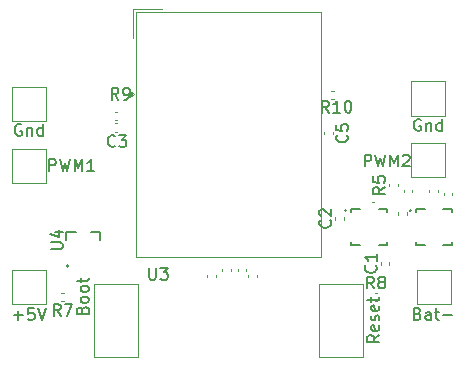
<source format=gbr>
%TF.GenerationSoftware,KiCad,Pcbnew,9.0.3*%
%TF.CreationDate,2025-07-29T21:31:59-06:00*%
%TF.ProjectId,AIOMeltyV3,41494f4d-656c-4747-9956-332e6b696361,rev?*%
%TF.SameCoordinates,Original*%
%TF.FileFunction,Legend,Top*%
%TF.FilePolarity,Positive*%
%FSLAX46Y46*%
G04 Gerber Fmt 4.6, Leading zero omitted, Abs format (unit mm)*
G04 Created by KiCad (PCBNEW 9.0.3) date 2025-07-29 21:31:59*
%MOMM*%
%LPD*%
G01*
G04 APERTURE LIST*
%ADD10C,0.150000*%
%ADD11C,0.120000*%
%ADD12C,0.127000*%
%ADD13C,0.140000*%
%ADD14C,0.200000*%
G04 APERTURE END LIST*
D10*
X169264285Y-110281009D02*
X169407142Y-110328628D01*
X169407142Y-110328628D02*
X169454761Y-110376247D01*
X169454761Y-110376247D02*
X169502380Y-110471485D01*
X169502380Y-110471485D02*
X169502380Y-110614342D01*
X169502380Y-110614342D02*
X169454761Y-110709580D01*
X169454761Y-110709580D02*
X169407142Y-110757200D01*
X169407142Y-110757200D02*
X169311904Y-110804819D01*
X169311904Y-110804819D02*
X168930952Y-110804819D01*
X168930952Y-110804819D02*
X168930952Y-109804819D01*
X168930952Y-109804819D02*
X169264285Y-109804819D01*
X169264285Y-109804819D02*
X169359523Y-109852438D01*
X169359523Y-109852438D02*
X169407142Y-109900057D01*
X169407142Y-109900057D02*
X169454761Y-109995295D01*
X169454761Y-109995295D02*
X169454761Y-110090533D01*
X169454761Y-110090533D02*
X169407142Y-110185771D01*
X169407142Y-110185771D02*
X169359523Y-110233390D01*
X169359523Y-110233390D02*
X169264285Y-110281009D01*
X169264285Y-110281009D02*
X168930952Y-110281009D01*
X170359523Y-110804819D02*
X170359523Y-110281009D01*
X170359523Y-110281009D02*
X170311904Y-110185771D01*
X170311904Y-110185771D02*
X170216666Y-110138152D01*
X170216666Y-110138152D02*
X170026190Y-110138152D01*
X170026190Y-110138152D02*
X169930952Y-110185771D01*
X170359523Y-110757200D02*
X170264285Y-110804819D01*
X170264285Y-110804819D02*
X170026190Y-110804819D01*
X170026190Y-110804819D02*
X169930952Y-110757200D01*
X169930952Y-110757200D02*
X169883333Y-110661961D01*
X169883333Y-110661961D02*
X169883333Y-110566723D01*
X169883333Y-110566723D02*
X169930952Y-110471485D01*
X169930952Y-110471485D02*
X170026190Y-110423866D01*
X170026190Y-110423866D02*
X170264285Y-110423866D01*
X170264285Y-110423866D02*
X170359523Y-110376247D01*
X170692857Y-110138152D02*
X171073809Y-110138152D01*
X170835714Y-109804819D02*
X170835714Y-110661961D01*
X170835714Y-110661961D02*
X170883333Y-110757200D01*
X170883333Y-110757200D02*
X170978571Y-110804819D01*
X170978571Y-110804819D02*
X171073809Y-110804819D01*
X171407143Y-110423866D02*
X172169048Y-110423866D01*
X138069048Y-98204819D02*
X138069048Y-97204819D01*
X138069048Y-97204819D02*
X138450000Y-97204819D01*
X138450000Y-97204819D02*
X138545238Y-97252438D01*
X138545238Y-97252438D02*
X138592857Y-97300057D01*
X138592857Y-97300057D02*
X138640476Y-97395295D01*
X138640476Y-97395295D02*
X138640476Y-97538152D01*
X138640476Y-97538152D02*
X138592857Y-97633390D01*
X138592857Y-97633390D02*
X138545238Y-97681009D01*
X138545238Y-97681009D02*
X138450000Y-97728628D01*
X138450000Y-97728628D02*
X138069048Y-97728628D01*
X138973810Y-97204819D02*
X139211905Y-98204819D01*
X139211905Y-98204819D02*
X139402381Y-97490533D01*
X139402381Y-97490533D02*
X139592857Y-98204819D01*
X139592857Y-98204819D02*
X139830953Y-97204819D01*
X140211905Y-98204819D02*
X140211905Y-97204819D01*
X140211905Y-97204819D02*
X140545238Y-97919104D01*
X140545238Y-97919104D02*
X140878571Y-97204819D01*
X140878571Y-97204819D02*
X140878571Y-98204819D01*
X141878571Y-98204819D02*
X141307143Y-98204819D01*
X141592857Y-98204819D02*
X141592857Y-97204819D01*
X141592857Y-97204819D02*
X141497619Y-97347676D01*
X141497619Y-97347676D02*
X141402381Y-97442914D01*
X141402381Y-97442914D02*
X141307143Y-97490533D01*
X169507142Y-93852438D02*
X169411904Y-93804819D01*
X169411904Y-93804819D02*
X169269047Y-93804819D01*
X169269047Y-93804819D02*
X169126190Y-93852438D01*
X169126190Y-93852438D02*
X169030952Y-93947676D01*
X169030952Y-93947676D02*
X168983333Y-94042914D01*
X168983333Y-94042914D02*
X168935714Y-94233390D01*
X168935714Y-94233390D02*
X168935714Y-94376247D01*
X168935714Y-94376247D02*
X168983333Y-94566723D01*
X168983333Y-94566723D02*
X169030952Y-94661961D01*
X169030952Y-94661961D02*
X169126190Y-94757200D01*
X169126190Y-94757200D02*
X169269047Y-94804819D01*
X169269047Y-94804819D02*
X169364285Y-94804819D01*
X169364285Y-94804819D02*
X169507142Y-94757200D01*
X169507142Y-94757200D02*
X169554761Y-94709580D01*
X169554761Y-94709580D02*
X169554761Y-94376247D01*
X169554761Y-94376247D02*
X169364285Y-94376247D01*
X169983333Y-94138152D02*
X169983333Y-94804819D01*
X169983333Y-94233390D02*
X170030952Y-94185771D01*
X170030952Y-94185771D02*
X170126190Y-94138152D01*
X170126190Y-94138152D02*
X170269047Y-94138152D01*
X170269047Y-94138152D02*
X170364285Y-94185771D01*
X170364285Y-94185771D02*
X170411904Y-94281009D01*
X170411904Y-94281009D02*
X170411904Y-94804819D01*
X171316666Y-94804819D02*
X171316666Y-93804819D01*
X171316666Y-94757200D02*
X171221428Y-94804819D01*
X171221428Y-94804819D02*
X171030952Y-94804819D01*
X171030952Y-94804819D02*
X170935714Y-94757200D01*
X170935714Y-94757200D02*
X170888095Y-94709580D01*
X170888095Y-94709580D02*
X170840476Y-94614342D01*
X170840476Y-94614342D02*
X170840476Y-94328628D01*
X170840476Y-94328628D02*
X170888095Y-94233390D01*
X170888095Y-94233390D02*
X170935714Y-94185771D01*
X170935714Y-94185771D02*
X171030952Y-94138152D01*
X171030952Y-94138152D02*
X171221428Y-94138152D01*
X171221428Y-94138152D02*
X171316666Y-94185771D01*
X140881009Y-109969047D02*
X140928628Y-109826190D01*
X140928628Y-109826190D02*
X140976247Y-109778571D01*
X140976247Y-109778571D02*
X141071485Y-109730952D01*
X141071485Y-109730952D02*
X141214342Y-109730952D01*
X141214342Y-109730952D02*
X141309580Y-109778571D01*
X141309580Y-109778571D02*
X141357200Y-109826190D01*
X141357200Y-109826190D02*
X141404819Y-109921428D01*
X141404819Y-109921428D02*
X141404819Y-110302380D01*
X141404819Y-110302380D02*
X140404819Y-110302380D01*
X140404819Y-110302380D02*
X140404819Y-109969047D01*
X140404819Y-109969047D02*
X140452438Y-109873809D01*
X140452438Y-109873809D02*
X140500057Y-109826190D01*
X140500057Y-109826190D02*
X140595295Y-109778571D01*
X140595295Y-109778571D02*
X140690533Y-109778571D01*
X140690533Y-109778571D02*
X140785771Y-109826190D01*
X140785771Y-109826190D02*
X140833390Y-109873809D01*
X140833390Y-109873809D02*
X140881009Y-109969047D01*
X140881009Y-109969047D02*
X140881009Y-110302380D01*
X141404819Y-109159523D02*
X141357200Y-109254761D01*
X141357200Y-109254761D02*
X141309580Y-109302380D01*
X141309580Y-109302380D02*
X141214342Y-109349999D01*
X141214342Y-109349999D02*
X140928628Y-109349999D01*
X140928628Y-109349999D02*
X140833390Y-109302380D01*
X140833390Y-109302380D02*
X140785771Y-109254761D01*
X140785771Y-109254761D02*
X140738152Y-109159523D01*
X140738152Y-109159523D02*
X140738152Y-109016666D01*
X140738152Y-109016666D02*
X140785771Y-108921428D01*
X140785771Y-108921428D02*
X140833390Y-108873809D01*
X140833390Y-108873809D02*
X140928628Y-108826190D01*
X140928628Y-108826190D02*
X141214342Y-108826190D01*
X141214342Y-108826190D02*
X141309580Y-108873809D01*
X141309580Y-108873809D02*
X141357200Y-108921428D01*
X141357200Y-108921428D02*
X141404819Y-109016666D01*
X141404819Y-109016666D02*
X141404819Y-109159523D01*
X141404819Y-108254761D02*
X141357200Y-108349999D01*
X141357200Y-108349999D02*
X141309580Y-108397618D01*
X141309580Y-108397618D02*
X141214342Y-108445237D01*
X141214342Y-108445237D02*
X140928628Y-108445237D01*
X140928628Y-108445237D02*
X140833390Y-108397618D01*
X140833390Y-108397618D02*
X140785771Y-108349999D01*
X140785771Y-108349999D02*
X140738152Y-108254761D01*
X140738152Y-108254761D02*
X140738152Y-108111904D01*
X140738152Y-108111904D02*
X140785771Y-108016666D01*
X140785771Y-108016666D02*
X140833390Y-107969047D01*
X140833390Y-107969047D02*
X140928628Y-107921428D01*
X140928628Y-107921428D02*
X141214342Y-107921428D01*
X141214342Y-107921428D02*
X141309580Y-107969047D01*
X141309580Y-107969047D02*
X141357200Y-108016666D01*
X141357200Y-108016666D02*
X141404819Y-108111904D01*
X141404819Y-108111904D02*
X141404819Y-108254761D01*
X140738152Y-107635713D02*
X140738152Y-107254761D01*
X140404819Y-107492856D02*
X141261961Y-107492856D01*
X141261961Y-107492856D02*
X141357200Y-107445237D01*
X141357200Y-107445237D02*
X141404819Y-107349999D01*
X141404819Y-107349999D02*
X141404819Y-107254761D01*
X135064286Y-110423866D02*
X135826191Y-110423866D01*
X135445238Y-110804819D02*
X135445238Y-110042914D01*
X136778571Y-109804819D02*
X136302381Y-109804819D01*
X136302381Y-109804819D02*
X136254762Y-110281009D01*
X136254762Y-110281009D02*
X136302381Y-110233390D01*
X136302381Y-110233390D02*
X136397619Y-110185771D01*
X136397619Y-110185771D02*
X136635714Y-110185771D01*
X136635714Y-110185771D02*
X136730952Y-110233390D01*
X136730952Y-110233390D02*
X136778571Y-110281009D01*
X136778571Y-110281009D02*
X136826190Y-110376247D01*
X136826190Y-110376247D02*
X136826190Y-110614342D01*
X136826190Y-110614342D02*
X136778571Y-110709580D01*
X136778571Y-110709580D02*
X136730952Y-110757200D01*
X136730952Y-110757200D02*
X136635714Y-110804819D01*
X136635714Y-110804819D02*
X136397619Y-110804819D01*
X136397619Y-110804819D02*
X136302381Y-110757200D01*
X136302381Y-110757200D02*
X136254762Y-110709580D01*
X137111905Y-109804819D02*
X137445238Y-110804819D01*
X137445238Y-110804819D02*
X137778571Y-109804819D01*
X166494819Y-99566666D02*
X166018628Y-99899999D01*
X166494819Y-100138094D02*
X165494819Y-100138094D01*
X165494819Y-100138094D02*
X165494819Y-99757142D01*
X165494819Y-99757142D02*
X165542438Y-99661904D01*
X165542438Y-99661904D02*
X165590057Y-99614285D01*
X165590057Y-99614285D02*
X165685295Y-99566666D01*
X165685295Y-99566666D02*
X165828152Y-99566666D01*
X165828152Y-99566666D02*
X165923390Y-99614285D01*
X165923390Y-99614285D02*
X165971009Y-99661904D01*
X165971009Y-99661904D02*
X166018628Y-99757142D01*
X166018628Y-99757142D02*
X166018628Y-100138094D01*
X165494819Y-98661904D02*
X165494819Y-99138094D01*
X165494819Y-99138094D02*
X165971009Y-99185713D01*
X165971009Y-99185713D02*
X165923390Y-99138094D01*
X165923390Y-99138094D02*
X165875771Y-99042856D01*
X165875771Y-99042856D02*
X165875771Y-98804761D01*
X165875771Y-98804761D02*
X165923390Y-98709523D01*
X165923390Y-98709523D02*
X165971009Y-98661904D01*
X165971009Y-98661904D02*
X166066247Y-98614285D01*
X166066247Y-98614285D02*
X166304342Y-98614285D01*
X166304342Y-98614285D02*
X166399580Y-98661904D01*
X166399580Y-98661904D02*
X166447200Y-98709523D01*
X166447200Y-98709523D02*
X166494819Y-98804761D01*
X166494819Y-98804761D02*
X166494819Y-99042856D01*
X166494819Y-99042856D02*
X166447200Y-99138094D01*
X166447200Y-99138094D02*
X166399580Y-99185713D01*
X143633333Y-96059580D02*
X143585714Y-96107200D01*
X143585714Y-96107200D02*
X143442857Y-96154819D01*
X143442857Y-96154819D02*
X143347619Y-96154819D01*
X143347619Y-96154819D02*
X143204762Y-96107200D01*
X143204762Y-96107200D02*
X143109524Y-96011961D01*
X143109524Y-96011961D02*
X143061905Y-95916723D01*
X143061905Y-95916723D02*
X143014286Y-95726247D01*
X143014286Y-95726247D02*
X143014286Y-95583390D01*
X143014286Y-95583390D02*
X143061905Y-95392914D01*
X143061905Y-95392914D02*
X143109524Y-95297676D01*
X143109524Y-95297676D02*
X143204762Y-95202438D01*
X143204762Y-95202438D02*
X143347619Y-95154819D01*
X143347619Y-95154819D02*
X143442857Y-95154819D01*
X143442857Y-95154819D02*
X143585714Y-95202438D01*
X143585714Y-95202438D02*
X143633333Y-95250057D01*
X143966667Y-95154819D02*
X144585714Y-95154819D01*
X144585714Y-95154819D02*
X144252381Y-95535771D01*
X144252381Y-95535771D02*
X144395238Y-95535771D01*
X144395238Y-95535771D02*
X144490476Y-95583390D01*
X144490476Y-95583390D02*
X144538095Y-95631009D01*
X144538095Y-95631009D02*
X144585714Y-95726247D01*
X144585714Y-95726247D02*
X144585714Y-95964342D01*
X144585714Y-95964342D02*
X144538095Y-96059580D01*
X144538095Y-96059580D02*
X144490476Y-96107200D01*
X144490476Y-96107200D02*
X144395238Y-96154819D01*
X144395238Y-96154819D02*
X144109524Y-96154819D01*
X144109524Y-96154819D02*
X144014286Y-96107200D01*
X144014286Y-96107200D02*
X143966667Y-96059580D01*
X164769048Y-97804819D02*
X164769048Y-96804819D01*
X164769048Y-96804819D02*
X165150000Y-96804819D01*
X165150000Y-96804819D02*
X165245238Y-96852438D01*
X165245238Y-96852438D02*
X165292857Y-96900057D01*
X165292857Y-96900057D02*
X165340476Y-96995295D01*
X165340476Y-96995295D02*
X165340476Y-97138152D01*
X165340476Y-97138152D02*
X165292857Y-97233390D01*
X165292857Y-97233390D02*
X165245238Y-97281009D01*
X165245238Y-97281009D02*
X165150000Y-97328628D01*
X165150000Y-97328628D02*
X164769048Y-97328628D01*
X165673810Y-96804819D02*
X165911905Y-97804819D01*
X165911905Y-97804819D02*
X166102381Y-97090533D01*
X166102381Y-97090533D02*
X166292857Y-97804819D01*
X166292857Y-97804819D02*
X166530953Y-96804819D01*
X166911905Y-97804819D02*
X166911905Y-96804819D01*
X166911905Y-96804819D02*
X167245238Y-97519104D01*
X167245238Y-97519104D02*
X167578571Y-96804819D01*
X167578571Y-96804819D02*
X167578571Y-97804819D01*
X168007143Y-96900057D02*
X168054762Y-96852438D01*
X168054762Y-96852438D02*
X168150000Y-96804819D01*
X168150000Y-96804819D02*
X168388095Y-96804819D01*
X168388095Y-96804819D02*
X168483333Y-96852438D01*
X168483333Y-96852438D02*
X168530952Y-96900057D01*
X168530952Y-96900057D02*
X168578571Y-96995295D01*
X168578571Y-96995295D02*
X168578571Y-97090533D01*
X168578571Y-97090533D02*
X168530952Y-97233390D01*
X168530952Y-97233390D02*
X167959524Y-97804819D01*
X167959524Y-97804819D02*
X168578571Y-97804819D01*
X161849580Y-102366666D02*
X161897200Y-102414285D01*
X161897200Y-102414285D02*
X161944819Y-102557142D01*
X161944819Y-102557142D02*
X161944819Y-102652380D01*
X161944819Y-102652380D02*
X161897200Y-102795237D01*
X161897200Y-102795237D02*
X161801961Y-102890475D01*
X161801961Y-102890475D02*
X161706723Y-102938094D01*
X161706723Y-102938094D02*
X161516247Y-102985713D01*
X161516247Y-102985713D02*
X161373390Y-102985713D01*
X161373390Y-102985713D02*
X161182914Y-102938094D01*
X161182914Y-102938094D02*
X161087676Y-102890475D01*
X161087676Y-102890475D02*
X160992438Y-102795237D01*
X160992438Y-102795237D02*
X160944819Y-102652380D01*
X160944819Y-102652380D02*
X160944819Y-102557142D01*
X160944819Y-102557142D02*
X160992438Y-102414285D01*
X160992438Y-102414285D02*
X161040057Y-102366666D01*
X161040057Y-101985713D02*
X160992438Y-101938094D01*
X160992438Y-101938094D02*
X160944819Y-101842856D01*
X160944819Y-101842856D02*
X160944819Y-101604761D01*
X160944819Y-101604761D02*
X160992438Y-101509523D01*
X160992438Y-101509523D02*
X161040057Y-101461904D01*
X161040057Y-101461904D02*
X161135295Y-101414285D01*
X161135295Y-101414285D02*
X161230533Y-101414285D01*
X161230533Y-101414285D02*
X161373390Y-101461904D01*
X161373390Y-101461904D02*
X161944819Y-102033332D01*
X161944819Y-102033332D02*
X161944819Y-101414285D01*
X165558333Y-108144819D02*
X165225000Y-107668628D01*
X164986905Y-108144819D02*
X164986905Y-107144819D01*
X164986905Y-107144819D02*
X165367857Y-107144819D01*
X165367857Y-107144819D02*
X165463095Y-107192438D01*
X165463095Y-107192438D02*
X165510714Y-107240057D01*
X165510714Y-107240057D02*
X165558333Y-107335295D01*
X165558333Y-107335295D02*
X165558333Y-107478152D01*
X165558333Y-107478152D02*
X165510714Y-107573390D01*
X165510714Y-107573390D02*
X165463095Y-107621009D01*
X165463095Y-107621009D02*
X165367857Y-107668628D01*
X165367857Y-107668628D02*
X164986905Y-107668628D01*
X166129762Y-107573390D02*
X166034524Y-107525771D01*
X166034524Y-107525771D02*
X165986905Y-107478152D01*
X165986905Y-107478152D02*
X165939286Y-107382914D01*
X165939286Y-107382914D02*
X165939286Y-107335295D01*
X165939286Y-107335295D02*
X165986905Y-107240057D01*
X165986905Y-107240057D02*
X166034524Y-107192438D01*
X166034524Y-107192438D02*
X166129762Y-107144819D01*
X166129762Y-107144819D02*
X166320238Y-107144819D01*
X166320238Y-107144819D02*
X166415476Y-107192438D01*
X166415476Y-107192438D02*
X166463095Y-107240057D01*
X166463095Y-107240057D02*
X166510714Y-107335295D01*
X166510714Y-107335295D02*
X166510714Y-107382914D01*
X166510714Y-107382914D02*
X166463095Y-107478152D01*
X166463095Y-107478152D02*
X166415476Y-107525771D01*
X166415476Y-107525771D02*
X166320238Y-107573390D01*
X166320238Y-107573390D02*
X166129762Y-107573390D01*
X166129762Y-107573390D02*
X166034524Y-107621009D01*
X166034524Y-107621009D02*
X165986905Y-107668628D01*
X165986905Y-107668628D02*
X165939286Y-107763866D01*
X165939286Y-107763866D02*
X165939286Y-107954342D01*
X165939286Y-107954342D02*
X165986905Y-108049580D01*
X165986905Y-108049580D02*
X166034524Y-108097200D01*
X166034524Y-108097200D02*
X166129762Y-108144819D01*
X166129762Y-108144819D02*
X166320238Y-108144819D01*
X166320238Y-108144819D02*
X166415476Y-108097200D01*
X166415476Y-108097200D02*
X166463095Y-108049580D01*
X166463095Y-108049580D02*
X166510714Y-107954342D01*
X166510714Y-107954342D02*
X166510714Y-107763866D01*
X166510714Y-107763866D02*
X166463095Y-107668628D01*
X166463095Y-107668628D02*
X166415476Y-107621009D01*
X166415476Y-107621009D02*
X166320238Y-107573390D01*
X163259580Y-95166666D02*
X163307200Y-95214285D01*
X163307200Y-95214285D02*
X163354819Y-95357142D01*
X163354819Y-95357142D02*
X163354819Y-95452380D01*
X163354819Y-95452380D02*
X163307200Y-95595237D01*
X163307200Y-95595237D02*
X163211961Y-95690475D01*
X163211961Y-95690475D02*
X163116723Y-95738094D01*
X163116723Y-95738094D02*
X162926247Y-95785713D01*
X162926247Y-95785713D02*
X162783390Y-95785713D01*
X162783390Y-95785713D02*
X162592914Y-95738094D01*
X162592914Y-95738094D02*
X162497676Y-95690475D01*
X162497676Y-95690475D02*
X162402438Y-95595237D01*
X162402438Y-95595237D02*
X162354819Y-95452380D01*
X162354819Y-95452380D02*
X162354819Y-95357142D01*
X162354819Y-95357142D02*
X162402438Y-95214285D01*
X162402438Y-95214285D02*
X162450057Y-95166666D01*
X162354819Y-94261904D02*
X162354819Y-94738094D01*
X162354819Y-94738094D02*
X162831009Y-94785713D01*
X162831009Y-94785713D02*
X162783390Y-94738094D01*
X162783390Y-94738094D02*
X162735771Y-94642856D01*
X162735771Y-94642856D02*
X162735771Y-94404761D01*
X162735771Y-94404761D02*
X162783390Y-94309523D01*
X162783390Y-94309523D02*
X162831009Y-94261904D01*
X162831009Y-94261904D02*
X162926247Y-94214285D01*
X162926247Y-94214285D02*
X163164342Y-94214285D01*
X163164342Y-94214285D02*
X163259580Y-94261904D01*
X163259580Y-94261904D02*
X163307200Y-94309523D01*
X163307200Y-94309523D02*
X163354819Y-94404761D01*
X163354819Y-94404761D02*
X163354819Y-94642856D01*
X163354819Y-94642856D02*
X163307200Y-94738094D01*
X163307200Y-94738094D02*
X163259580Y-94785713D01*
X161757142Y-93254819D02*
X161423809Y-92778628D01*
X161185714Y-93254819D02*
X161185714Y-92254819D01*
X161185714Y-92254819D02*
X161566666Y-92254819D01*
X161566666Y-92254819D02*
X161661904Y-92302438D01*
X161661904Y-92302438D02*
X161709523Y-92350057D01*
X161709523Y-92350057D02*
X161757142Y-92445295D01*
X161757142Y-92445295D02*
X161757142Y-92588152D01*
X161757142Y-92588152D02*
X161709523Y-92683390D01*
X161709523Y-92683390D02*
X161661904Y-92731009D01*
X161661904Y-92731009D02*
X161566666Y-92778628D01*
X161566666Y-92778628D02*
X161185714Y-92778628D01*
X162709523Y-93254819D02*
X162138095Y-93254819D01*
X162423809Y-93254819D02*
X162423809Y-92254819D01*
X162423809Y-92254819D02*
X162328571Y-92397676D01*
X162328571Y-92397676D02*
X162233333Y-92492914D01*
X162233333Y-92492914D02*
X162138095Y-92540533D01*
X163328571Y-92254819D02*
X163423809Y-92254819D01*
X163423809Y-92254819D02*
X163519047Y-92302438D01*
X163519047Y-92302438D02*
X163566666Y-92350057D01*
X163566666Y-92350057D02*
X163614285Y-92445295D01*
X163614285Y-92445295D02*
X163661904Y-92635771D01*
X163661904Y-92635771D02*
X163661904Y-92873866D01*
X163661904Y-92873866D02*
X163614285Y-93064342D01*
X163614285Y-93064342D02*
X163566666Y-93159580D01*
X163566666Y-93159580D02*
X163519047Y-93207200D01*
X163519047Y-93207200D02*
X163423809Y-93254819D01*
X163423809Y-93254819D02*
X163328571Y-93254819D01*
X163328571Y-93254819D02*
X163233333Y-93207200D01*
X163233333Y-93207200D02*
X163185714Y-93159580D01*
X163185714Y-93159580D02*
X163138095Y-93064342D01*
X163138095Y-93064342D02*
X163090476Y-92873866D01*
X163090476Y-92873866D02*
X163090476Y-92635771D01*
X163090476Y-92635771D02*
X163138095Y-92445295D01*
X163138095Y-92445295D02*
X163185714Y-92350057D01*
X163185714Y-92350057D02*
X163233333Y-92302438D01*
X163233333Y-92302438D02*
X163328571Y-92254819D01*
X138204819Y-104811904D02*
X139014342Y-104811904D01*
X139014342Y-104811904D02*
X139109580Y-104764285D01*
X139109580Y-104764285D02*
X139157200Y-104716666D01*
X139157200Y-104716666D02*
X139204819Y-104621428D01*
X139204819Y-104621428D02*
X139204819Y-104430952D01*
X139204819Y-104430952D02*
X139157200Y-104335714D01*
X139157200Y-104335714D02*
X139109580Y-104288095D01*
X139109580Y-104288095D02*
X139014342Y-104240476D01*
X139014342Y-104240476D02*
X138204819Y-104240476D01*
X138538152Y-103335714D02*
X139204819Y-103335714D01*
X138157200Y-103573809D02*
X138871485Y-103811904D01*
X138871485Y-103811904D02*
X138871485Y-103192857D01*
X166004819Y-112088095D02*
X165528628Y-112421428D01*
X166004819Y-112659523D02*
X165004819Y-112659523D01*
X165004819Y-112659523D02*
X165004819Y-112278571D01*
X165004819Y-112278571D02*
X165052438Y-112183333D01*
X165052438Y-112183333D02*
X165100057Y-112135714D01*
X165100057Y-112135714D02*
X165195295Y-112088095D01*
X165195295Y-112088095D02*
X165338152Y-112088095D01*
X165338152Y-112088095D02*
X165433390Y-112135714D01*
X165433390Y-112135714D02*
X165481009Y-112183333D01*
X165481009Y-112183333D02*
X165528628Y-112278571D01*
X165528628Y-112278571D02*
X165528628Y-112659523D01*
X165957200Y-111278571D02*
X166004819Y-111373809D01*
X166004819Y-111373809D02*
X166004819Y-111564285D01*
X166004819Y-111564285D02*
X165957200Y-111659523D01*
X165957200Y-111659523D02*
X165861961Y-111707142D01*
X165861961Y-111707142D02*
X165481009Y-111707142D01*
X165481009Y-111707142D02*
X165385771Y-111659523D01*
X165385771Y-111659523D02*
X165338152Y-111564285D01*
X165338152Y-111564285D02*
X165338152Y-111373809D01*
X165338152Y-111373809D02*
X165385771Y-111278571D01*
X165385771Y-111278571D02*
X165481009Y-111230952D01*
X165481009Y-111230952D02*
X165576247Y-111230952D01*
X165576247Y-111230952D02*
X165671485Y-111707142D01*
X165957200Y-110849999D02*
X166004819Y-110754761D01*
X166004819Y-110754761D02*
X166004819Y-110564285D01*
X166004819Y-110564285D02*
X165957200Y-110469047D01*
X165957200Y-110469047D02*
X165861961Y-110421428D01*
X165861961Y-110421428D02*
X165814342Y-110421428D01*
X165814342Y-110421428D02*
X165719104Y-110469047D01*
X165719104Y-110469047D02*
X165671485Y-110564285D01*
X165671485Y-110564285D02*
X165671485Y-110707142D01*
X165671485Y-110707142D02*
X165623866Y-110802380D01*
X165623866Y-110802380D02*
X165528628Y-110849999D01*
X165528628Y-110849999D02*
X165481009Y-110849999D01*
X165481009Y-110849999D02*
X165385771Y-110802380D01*
X165385771Y-110802380D02*
X165338152Y-110707142D01*
X165338152Y-110707142D02*
X165338152Y-110564285D01*
X165338152Y-110564285D02*
X165385771Y-110469047D01*
X165957200Y-109611904D02*
X166004819Y-109707142D01*
X166004819Y-109707142D02*
X166004819Y-109897618D01*
X166004819Y-109897618D02*
X165957200Y-109992856D01*
X165957200Y-109992856D02*
X165861961Y-110040475D01*
X165861961Y-110040475D02*
X165481009Y-110040475D01*
X165481009Y-110040475D02*
X165385771Y-109992856D01*
X165385771Y-109992856D02*
X165338152Y-109897618D01*
X165338152Y-109897618D02*
X165338152Y-109707142D01*
X165338152Y-109707142D02*
X165385771Y-109611904D01*
X165385771Y-109611904D02*
X165481009Y-109564285D01*
X165481009Y-109564285D02*
X165576247Y-109564285D01*
X165576247Y-109564285D02*
X165671485Y-110040475D01*
X165338152Y-109278570D02*
X165338152Y-108897618D01*
X165004819Y-109135713D02*
X165861961Y-109135713D01*
X165861961Y-109135713D02*
X165957200Y-109088094D01*
X165957200Y-109088094D02*
X166004819Y-108992856D01*
X166004819Y-108992856D02*
X166004819Y-108897618D01*
X139033333Y-110464819D02*
X138700000Y-109988628D01*
X138461905Y-110464819D02*
X138461905Y-109464819D01*
X138461905Y-109464819D02*
X138842857Y-109464819D01*
X138842857Y-109464819D02*
X138938095Y-109512438D01*
X138938095Y-109512438D02*
X138985714Y-109560057D01*
X138985714Y-109560057D02*
X139033333Y-109655295D01*
X139033333Y-109655295D02*
X139033333Y-109798152D01*
X139033333Y-109798152D02*
X138985714Y-109893390D01*
X138985714Y-109893390D02*
X138938095Y-109941009D01*
X138938095Y-109941009D02*
X138842857Y-109988628D01*
X138842857Y-109988628D02*
X138461905Y-109988628D01*
X139366667Y-109464819D02*
X140033333Y-109464819D01*
X140033333Y-109464819D02*
X139604762Y-110464819D01*
X146538095Y-106404819D02*
X146538095Y-107214342D01*
X146538095Y-107214342D02*
X146585714Y-107309580D01*
X146585714Y-107309580D02*
X146633333Y-107357200D01*
X146633333Y-107357200D02*
X146728571Y-107404819D01*
X146728571Y-107404819D02*
X146919047Y-107404819D01*
X146919047Y-107404819D02*
X147014285Y-107357200D01*
X147014285Y-107357200D02*
X147061904Y-107309580D01*
X147061904Y-107309580D02*
X147109523Y-107214342D01*
X147109523Y-107214342D02*
X147109523Y-106404819D01*
X147490476Y-106404819D02*
X148109523Y-106404819D01*
X148109523Y-106404819D02*
X147776190Y-106785771D01*
X147776190Y-106785771D02*
X147919047Y-106785771D01*
X147919047Y-106785771D02*
X148014285Y-106833390D01*
X148014285Y-106833390D02*
X148061904Y-106881009D01*
X148061904Y-106881009D02*
X148109523Y-106976247D01*
X148109523Y-106976247D02*
X148109523Y-107214342D01*
X148109523Y-107214342D02*
X148061904Y-107309580D01*
X148061904Y-107309580D02*
X148014285Y-107357200D01*
X148014285Y-107357200D02*
X147919047Y-107404819D01*
X147919047Y-107404819D02*
X147633333Y-107404819D01*
X147633333Y-107404819D02*
X147538095Y-107357200D01*
X147538095Y-107357200D02*
X147490476Y-107309580D01*
X135707142Y-94252438D02*
X135611904Y-94204819D01*
X135611904Y-94204819D02*
X135469047Y-94204819D01*
X135469047Y-94204819D02*
X135326190Y-94252438D01*
X135326190Y-94252438D02*
X135230952Y-94347676D01*
X135230952Y-94347676D02*
X135183333Y-94442914D01*
X135183333Y-94442914D02*
X135135714Y-94633390D01*
X135135714Y-94633390D02*
X135135714Y-94776247D01*
X135135714Y-94776247D02*
X135183333Y-94966723D01*
X135183333Y-94966723D02*
X135230952Y-95061961D01*
X135230952Y-95061961D02*
X135326190Y-95157200D01*
X135326190Y-95157200D02*
X135469047Y-95204819D01*
X135469047Y-95204819D02*
X135564285Y-95204819D01*
X135564285Y-95204819D02*
X135707142Y-95157200D01*
X135707142Y-95157200D02*
X135754761Y-95109580D01*
X135754761Y-95109580D02*
X135754761Y-94776247D01*
X135754761Y-94776247D02*
X135564285Y-94776247D01*
X136183333Y-94538152D02*
X136183333Y-95204819D01*
X136183333Y-94633390D02*
X136230952Y-94585771D01*
X136230952Y-94585771D02*
X136326190Y-94538152D01*
X136326190Y-94538152D02*
X136469047Y-94538152D01*
X136469047Y-94538152D02*
X136564285Y-94585771D01*
X136564285Y-94585771D02*
X136611904Y-94681009D01*
X136611904Y-94681009D02*
X136611904Y-95204819D01*
X137516666Y-95204819D02*
X137516666Y-94204819D01*
X137516666Y-95157200D02*
X137421428Y-95204819D01*
X137421428Y-95204819D02*
X137230952Y-95204819D01*
X137230952Y-95204819D02*
X137135714Y-95157200D01*
X137135714Y-95157200D02*
X137088095Y-95109580D01*
X137088095Y-95109580D02*
X137040476Y-95014342D01*
X137040476Y-95014342D02*
X137040476Y-94728628D01*
X137040476Y-94728628D02*
X137088095Y-94633390D01*
X137088095Y-94633390D02*
X137135714Y-94585771D01*
X137135714Y-94585771D02*
X137230952Y-94538152D01*
X137230952Y-94538152D02*
X137421428Y-94538152D01*
X137421428Y-94538152D02*
X137516666Y-94585771D01*
X143933333Y-92154819D02*
X143600000Y-91678628D01*
X143361905Y-92154819D02*
X143361905Y-91154819D01*
X143361905Y-91154819D02*
X143742857Y-91154819D01*
X143742857Y-91154819D02*
X143838095Y-91202438D01*
X143838095Y-91202438D02*
X143885714Y-91250057D01*
X143885714Y-91250057D02*
X143933333Y-91345295D01*
X143933333Y-91345295D02*
X143933333Y-91488152D01*
X143933333Y-91488152D02*
X143885714Y-91583390D01*
X143885714Y-91583390D02*
X143838095Y-91631009D01*
X143838095Y-91631009D02*
X143742857Y-91678628D01*
X143742857Y-91678628D02*
X143361905Y-91678628D01*
X144409524Y-92154819D02*
X144600000Y-92154819D01*
X144600000Y-92154819D02*
X144695238Y-92107200D01*
X144695238Y-92107200D02*
X144742857Y-92059580D01*
X144742857Y-92059580D02*
X144838095Y-91916723D01*
X144838095Y-91916723D02*
X144885714Y-91726247D01*
X144885714Y-91726247D02*
X144885714Y-91345295D01*
X144885714Y-91345295D02*
X144838095Y-91250057D01*
X144838095Y-91250057D02*
X144790476Y-91202438D01*
X144790476Y-91202438D02*
X144695238Y-91154819D01*
X144695238Y-91154819D02*
X144504762Y-91154819D01*
X144504762Y-91154819D02*
X144409524Y-91202438D01*
X144409524Y-91202438D02*
X144361905Y-91250057D01*
X144361905Y-91250057D02*
X144314286Y-91345295D01*
X144314286Y-91345295D02*
X144314286Y-91583390D01*
X144314286Y-91583390D02*
X144361905Y-91678628D01*
X144361905Y-91678628D02*
X144409524Y-91726247D01*
X144409524Y-91726247D02*
X144504762Y-91773866D01*
X144504762Y-91773866D02*
X144695238Y-91773866D01*
X144695238Y-91773866D02*
X144790476Y-91726247D01*
X144790476Y-91726247D02*
X144838095Y-91678628D01*
X144838095Y-91678628D02*
X144885714Y-91583390D01*
X165699580Y-106186666D02*
X165747200Y-106234285D01*
X165747200Y-106234285D02*
X165794819Y-106377142D01*
X165794819Y-106377142D02*
X165794819Y-106472380D01*
X165794819Y-106472380D02*
X165747200Y-106615237D01*
X165747200Y-106615237D02*
X165651961Y-106710475D01*
X165651961Y-106710475D02*
X165556723Y-106758094D01*
X165556723Y-106758094D02*
X165366247Y-106805713D01*
X165366247Y-106805713D02*
X165223390Y-106805713D01*
X165223390Y-106805713D02*
X165032914Y-106758094D01*
X165032914Y-106758094D02*
X164937676Y-106710475D01*
X164937676Y-106710475D02*
X164842438Y-106615237D01*
X164842438Y-106615237D02*
X164794819Y-106472380D01*
X164794819Y-106472380D02*
X164794819Y-106377142D01*
X164794819Y-106377142D02*
X164842438Y-106234285D01*
X164842438Y-106234285D02*
X164890057Y-106186666D01*
X165794819Y-105234285D02*
X165794819Y-105805713D01*
X165794819Y-105519999D02*
X164794819Y-105519999D01*
X164794819Y-105519999D02*
X164937676Y-105615237D01*
X164937676Y-105615237D02*
X165032914Y-105710475D01*
X165032914Y-105710475D02*
X165080533Y-105805713D01*
D11*
%TO.C,H3*%
X169200000Y-106600000D02*
X172100000Y-106600000D01*
X169200000Y-109500000D02*
X169200000Y-106600000D01*
X172100000Y-106600000D02*
X172100000Y-109500000D01*
X172100000Y-109500000D02*
X169200000Y-109500000D01*
%TO.C,H1*%
X134900000Y-96300000D02*
X137800000Y-96300000D01*
X134900000Y-99200000D02*
X134900000Y-96300000D01*
X137800000Y-96300000D02*
X137800000Y-99200000D01*
X137800000Y-99200000D02*
X134900000Y-99200000D01*
%TO.C,H3*%
X168700000Y-90600000D02*
X171600000Y-90600000D01*
X168700000Y-93500000D02*
X168700000Y-90600000D01*
X171600000Y-90600000D02*
X171600000Y-93500000D01*
X171600000Y-93500000D02*
X168700000Y-93500000D01*
%TO.C,SW1*%
X141900000Y-107790000D02*
X145600000Y-107790000D01*
X141900000Y-113910000D02*
X141900000Y-107790000D01*
X145600000Y-107790000D02*
X145600000Y-113910000D01*
X145600000Y-113910000D02*
X141900000Y-113910000D01*
%TO.C,H4*%
X134900000Y-106600000D02*
X137800000Y-106600000D01*
X134900000Y-109500000D02*
X134900000Y-106600000D01*
X137800000Y-106600000D02*
X137800000Y-109500000D01*
X137800000Y-109500000D02*
X134900000Y-109500000D01*
D12*
%TO.C,U1*%
X163650000Y-101450000D02*
X164350000Y-101450000D01*
X163650000Y-101650000D02*
X163650000Y-101450000D01*
X163650000Y-104450000D02*
X163650000Y-104250000D01*
X164350000Y-104450000D02*
X163650000Y-104450000D01*
X165950000Y-101450000D02*
X166650000Y-101450000D01*
X165950000Y-104450000D02*
X166650000Y-104450000D01*
X166650000Y-101450000D02*
X166650000Y-101650000D01*
X166650000Y-104450000D02*
X166650000Y-104250000D01*
D13*
X163220000Y-101550000D02*
G75*
G02*
X163080000Y-101550000I-70000J0D01*
G01*
X163080000Y-101550000D02*
G75*
G02*
X163220000Y-101550000I70000J0D01*
G01*
D11*
%TO.C,R5*%
X166840000Y-99507836D02*
X166840000Y-99292164D01*
X167560000Y-99507836D02*
X167560000Y-99292164D01*
%TO.C,R2*%
X154040000Y-106472164D02*
X154040000Y-106687836D01*
X154760000Y-106472164D02*
X154760000Y-106687836D01*
%TO.C,R4*%
X151440000Y-107187836D02*
X151440000Y-106972164D01*
X152160000Y-107187836D02*
X152160000Y-106972164D01*
%TO.C,R3*%
X154940000Y-107187836D02*
X154940000Y-106972164D01*
X155660000Y-107187836D02*
X155660000Y-106972164D01*
%TO.C,C3*%
X143832836Y-93190000D02*
X143617164Y-93190000D01*
X143832836Y-93910000D02*
X143617164Y-93910000D01*
%TO.C,H2*%
X168700000Y-95800000D02*
X171600000Y-95800000D01*
X168700000Y-98700000D02*
X168700000Y-95800000D01*
X171600000Y-95800000D02*
X171600000Y-98700000D01*
X171600000Y-98700000D02*
X168700000Y-98700000D01*
%TO.C,C2*%
X162290000Y-102307836D02*
X162290000Y-102092164D01*
X163010000Y-102307836D02*
X163010000Y-102092164D01*
%TO.C,R8*%
X165617164Y-108490000D02*
X165832836Y-108490000D01*
X165617164Y-109210000D02*
X165832836Y-109210000D01*
%TO.C,C5*%
X161340000Y-95107836D02*
X161340000Y-94892164D01*
X162060000Y-95107836D02*
X162060000Y-94892164D01*
%TO.C,R6*%
X168090000Y-100007836D02*
X168090000Y-99792164D01*
X168810000Y-100007836D02*
X168810000Y-99792164D01*
%TO.C,C12*%
X167640000Y-101887836D02*
X167640000Y-101672164D01*
X168360000Y-101887836D02*
X168360000Y-101672164D01*
%TO.C,R10*%
X162182836Y-91390000D02*
X161967164Y-91390000D01*
X162182836Y-92110000D02*
X161967164Y-92110000D01*
D12*
%TO.C,U4*%
X139490000Y-103362500D02*
X140330000Y-103362500D01*
X139490000Y-104067500D02*
X139490000Y-103362500D01*
X142410000Y-103362500D02*
X141570000Y-103362500D01*
X142410000Y-103362500D02*
X142410000Y-104067500D01*
D14*
X139700000Y-106237500D02*
G75*
G02*
X139500000Y-106237500I-100000J0D01*
G01*
X139500000Y-106237500D02*
G75*
G02*
X139700000Y-106237500I100000J0D01*
G01*
D11*
%TO.C,SW2*%
X160900000Y-107790000D02*
X164600000Y-107790000D01*
X160900000Y-113910000D02*
X160900000Y-107790000D01*
X164600000Y-107790000D02*
X164600000Y-113910000D01*
X164600000Y-113910000D02*
X160900000Y-113910000D01*
%TO.C,R7*%
X139307836Y-108490000D02*
X139092164Y-108490000D01*
X139307836Y-109210000D02*
X139092164Y-109210000D01*
%TO.C,C4*%
X171490000Y-100257836D02*
X171490000Y-100042164D01*
X172210000Y-100257836D02*
X172210000Y-100042164D01*
%TO.C,U3*%
X145175000Y-84500000D02*
X145175000Y-86950000D01*
X145175000Y-84500000D02*
X147625000Y-84500000D01*
X145450000Y-84750000D02*
X161050000Y-84750000D01*
X145450000Y-105450000D02*
X145450000Y-84750000D01*
X161050000Y-84750000D02*
X161050000Y-105450000D01*
X161050000Y-105450000D02*
X145450000Y-105450000D01*
X145275000Y-91700000D02*
X144939000Y-91940000D01*
X144939000Y-91460000D01*
X145275000Y-91700000D01*
G36*
X145275000Y-91700000D02*
G01*
X144939000Y-91940000D01*
X144939000Y-91460000D01*
X145275000Y-91700000D01*
G37*
D12*
%TO.C,U2*%
X169150000Y-101450000D02*
X169850000Y-101450000D01*
X169150000Y-101650000D02*
X169150000Y-101450000D01*
X169150000Y-104450000D02*
X169150000Y-104250000D01*
X169850000Y-104450000D02*
X169150000Y-104450000D01*
X171450000Y-101450000D02*
X172150000Y-101450000D01*
X171450000Y-104450000D02*
X172150000Y-104450000D01*
X172150000Y-101450000D02*
X172150000Y-101650000D01*
X172150000Y-104450000D02*
X172150000Y-104250000D01*
D13*
X168720000Y-101550000D02*
G75*
G02*
X168580000Y-101550000I-70000J0D01*
G01*
X168580000Y-101550000D02*
G75*
G02*
X168720000Y-101550000I70000J0D01*
G01*
D11*
%TO.C,C1*%
X165577836Y-100112500D02*
X165362164Y-100112500D01*
X165577836Y-100832500D02*
X165362164Y-100832500D01*
%TO.C,H3*%
X134900000Y-91100000D02*
X137800000Y-91100000D01*
X134900000Y-94000000D02*
X134900000Y-91100000D01*
X137800000Y-91100000D02*
X137800000Y-94000000D01*
X137800000Y-94000000D02*
X134900000Y-94000000D01*
%TO.C,R9*%
X143617164Y-94140000D02*
X143832836Y-94140000D01*
X143617164Y-94860000D02*
X143832836Y-94860000D01*
%TO.C,R1*%
X152740000Y-106687836D02*
X152740000Y-106472164D01*
X153460000Y-106687836D02*
X153460000Y-106472164D01*
%TO.C,C1*%
X166140000Y-106127836D02*
X166140000Y-105912164D01*
X166860000Y-106127836D02*
X166860000Y-105912164D01*
%TO.C,C13*%
X170240000Y-99987836D02*
X170240000Y-99772164D01*
X170960000Y-99987836D02*
X170960000Y-99772164D01*
%TD*%
M02*

</source>
